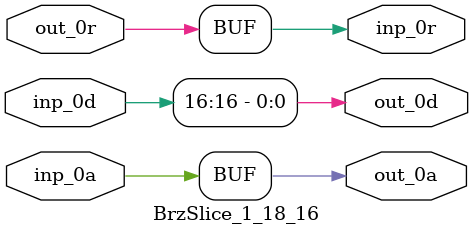
<source format=v>
module BrzSlice_1_18_16 (
  out_0r, out_0a, out_0d,
  inp_0r, inp_0a, inp_0d
);
  input out_0r;
  output out_0a;
  output out_0d;
  output inp_0r;
  input inp_0a;
  input [17:0] inp_0d;
  assign inp_0r = out_0r;
  assign out_0a = inp_0a;
  assign out_0d = inp_0d[16];
endmodule
</source>
